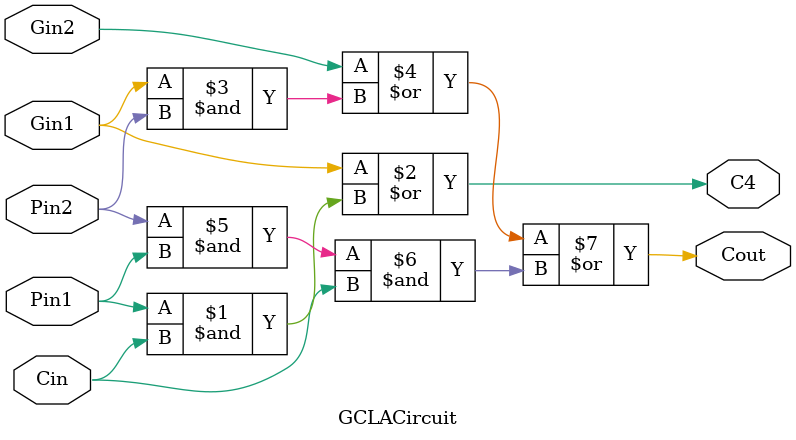
<source format=sv>
module GCLACircuit #(parameter N = 4)
(
   input  Pin1, Gin1, Pin2, Gin2,
	input Cin,
	output C4,
	output Cout
);

   logic P_sum, G_sum;
	
	//logic [N-1:4] P_sum1, G_sum1;
	
	//assign P_sum = P[3] * P[2] * P[1] * P[0];
	
	//assign G_sum = G[3] + (G[2] * P[3]) + (G[1] * P[3] * P[2]) + (G[0] * P[3] * P[2] * P[1]);
	
	assign C4 = Gin1 | (Pin1 & Cin);
	
	assign Cout = Gin2 | (Gin1 & Pin2) | (Pin2 & Pin1 & Cin);
	
	//assign Cout = Gin2 | (Pin2 & Cin);
	
endmodule 
</source>
